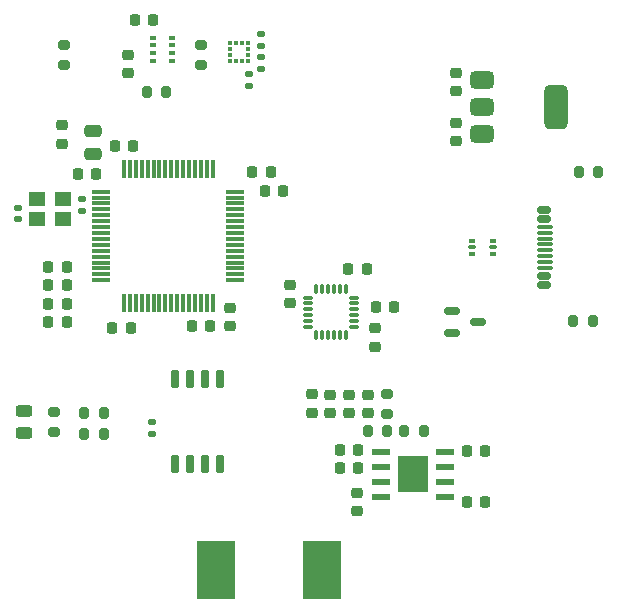
<source format=gbr>
%TF.GenerationSoftware,KiCad,Pcbnew,8.0.5*%
%TF.CreationDate,2024-09-26T23:28:09-07:00*%
%TF.ProjectId,STM32F405 Flight Controller,53544d33-3246-4343-9035-20466c696768,rev?*%
%TF.SameCoordinates,Original*%
%TF.FileFunction,Paste,Top*%
%TF.FilePolarity,Positive*%
%FSLAX46Y46*%
G04 Gerber Fmt 4.6, Leading zero omitted, Abs format (unit mm)*
G04 Created by KiCad (PCBNEW 8.0.5) date 2024-09-26 23:28:09*
%MOMM*%
%LPD*%
G01*
G04 APERTURE LIST*
G04 Aperture macros list*
%AMRoundRect*
0 Rectangle with rounded corners*
0 $1 Rounding radius*
0 $2 $3 $4 $5 $6 $7 $8 $9 X,Y pos of 4 corners*
0 Add a 4 corners polygon primitive as box body*
4,1,4,$2,$3,$4,$5,$6,$7,$8,$9,$2,$3,0*
0 Add four circle primitives for the rounded corners*
1,1,$1+$1,$2,$3*
1,1,$1+$1,$4,$5*
1,1,$1+$1,$6,$7*
1,1,$1+$1,$8,$9*
0 Add four rect primitives between the rounded corners*
20,1,$1+$1,$2,$3,$4,$5,0*
20,1,$1+$1,$4,$5,$6,$7,0*
20,1,$1+$1,$6,$7,$8,$9,0*
20,1,$1+$1,$8,$9,$2,$3,0*%
G04 Aperture macros list end*
%ADD10RoundRect,0.250000X0.475000X-0.250000X0.475000X0.250000X-0.475000X0.250000X-0.475000X-0.250000X0*%
%ADD11RoundRect,0.150000X0.450000X-0.150000X0.450000X0.150000X-0.450000X0.150000X-0.450000X-0.150000X0*%
%ADD12RoundRect,0.075000X0.575000X-0.075000X0.575000X0.075000X-0.575000X0.075000X-0.575000X-0.075000X0*%
%ADD13R,0.350000X0.375000*%
%ADD14R,0.375000X0.350000*%
%ADD15RoundRect,0.225000X-0.250000X0.225000X-0.250000X-0.225000X0.250000X-0.225000X0.250000X0.225000X0*%
%ADD16RoundRect,0.225000X0.225000X0.250000X-0.225000X0.250000X-0.225000X-0.250000X0.225000X-0.250000X0*%
%ADD17RoundRect,0.200000X0.200000X0.275000X-0.200000X0.275000X-0.200000X-0.275000X0.200000X-0.275000X0*%
%ADD18RoundRect,0.218750X-0.218750X-0.256250X0.218750X-0.256250X0.218750X0.256250X-0.218750X0.256250X0*%
%ADD19RoundRect,0.200000X0.275000X-0.200000X0.275000X0.200000X-0.275000X0.200000X-0.275000X-0.200000X0*%
%ADD20R,2.600000X3.100000*%
%ADD21R,1.550000X0.600000*%
%ADD22RoundRect,0.140000X0.170000X-0.140000X0.170000X0.140000X-0.170000X0.140000X-0.170000X-0.140000X0*%
%ADD23RoundRect,0.140000X-0.170000X0.140000X-0.170000X-0.140000X0.170000X-0.140000X0.170000X0.140000X0*%
%ADD24RoundRect,0.225000X-0.225000X-0.250000X0.225000X-0.250000X0.225000X0.250000X-0.225000X0.250000X0*%
%ADD25RoundRect,0.075000X-0.700000X-0.075000X0.700000X-0.075000X0.700000X0.075000X-0.700000X0.075000X0*%
%ADD26RoundRect,0.075000X-0.075000X-0.700000X0.075000X-0.700000X0.075000X0.700000X-0.075000X0.700000X0*%
%ADD27RoundRect,0.093750X0.156250X0.093750X-0.156250X0.093750X-0.156250X-0.093750X0.156250X-0.093750X0*%
%ADD28RoundRect,0.075000X0.250000X0.075000X-0.250000X0.075000X-0.250000X-0.075000X0.250000X-0.075000X0*%
%ADD29RoundRect,0.135000X-0.185000X0.135000X-0.185000X-0.135000X0.185000X-0.135000X0.185000X0.135000X0*%
%ADD30RoundRect,0.200000X-0.200000X-0.275000X0.200000X-0.275000X0.200000X0.275000X-0.200000X0.275000X0*%
%ADD31RoundRect,0.150000X0.150000X-0.650000X0.150000X0.650000X-0.150000X0.650000X-0.150000X-0.650000X0*%
%ADD32R,0.500000X0.350000*%
%ADD33RoundRect,0.375000X-0.625000X-0.375000X0.625000X-0.375000X0.625000X0.375000X-0.625000X0.375000X0*%
%ADD34RoundRect,0.500000X-0.500000X-1.400000X0.500000X-1.400000X0.500000X1.400000X-0.500000X1.400000X0*%
%ADD35RoundRect,0.225000X0.250000X-0.225000X0.250000X0.225000X-0.250000X0.225000X-0.250000X-0.225000X0*%
%ADD36R,3.175000X4.950000*%
%ADD37R,1.400000X1.200000*%
%ADD38RoundRect,0.243750X0.456250X-0.243750X0.456250X0.243750X-0.456250X0.243750X-0.456250X-0.243750X0*%
%ADD39RoundRect,0.200000X-0.275000X0.200000X-0.275000X-0.200000X0.275000X-0.200000X0.275000X0.200000X0*%
%ADD40RoundRect,0.150000X-0.512500X-0.150000X0.512500X-0.150000X0.512500X0.150000X-0.512500X0.150000X0*%
%ADD41RoundRect,0.075000X0.075000X-0.350000X0.075000X0.350000X-0.075000X0.350000X-0.075000X-0.350000X0*%
%ADD42RoundRect,0.075000X0.350000X0.075000X-0.350000X0.075000X-0.350000X-0.075000X0.350000X-0.075000X0*%
G04 APERTURE END LIST*
D10*
%TO.C,C8*%
X143300000Y-76050000D03*
X143300000Y-74150000D03*
%TD*%
D11*
%TO.C,J1*%
X181480000Y-87180000D03*
X181480000Y-86380000D03*
D12*
X181580000Y-85230000D03*
X181580000Y-84230000D03*
X181580000Y-83730000D03*
X181580000Y-82730000D03*
D11*
X181480000Y-81580000D03*
X181480000Y-80780000D03*
X181480000Y-80780000D03*
X181480000Y-81580000D03*
D12*
X181580000Y-82230000D03*
X181580000Y-83230000D03*
X181580000Y-84730000D03*
X181580000Y-85730000D03*
D11*
X181480000Y-86380000D03*
X181480000Y-87180000D03*
%TD*%
D13*
%TO.C,U5*%
X154960000Y-68170000D03*
X155460000Y-68170000D03*
X155960000Y-68170000D03*
X156460000Y-68170000D03*
D14*
X156472500Y-67657500D03*
X156472500Y-67157500D03*
D13*
X156460000Y-66645000D03*
X155960000Y-66645000D03*
X155460000Y-66645000D03*
X154960000Y-66645000D03*
D14*
X154947500Y-67157500D03*
X154947500Y-67657500D03*
%TD*%
D15*
%TO.C,C34*%
X159980000Y-87170000D03*
X159980000Y-88720000D03*
%TD*%
%TO.C,C5*%
X154879750Y-89095500D03*
X154879750Y-90645500D03*
%TD*%
D16*
%TO.C,C33*%
X168805000Y-89000000D03*
X167255000Y-89000000D03*
%TD*%
%TO.C,C9*%
X141094554Y-85622298D03*
X139544554Y-85622298D03*
%TD*%
%TO.C,C19*%
X165786748Y-101090892D03*
X164236748Y-101090892D03*
%TD*%
D17*
%TO.C,R4*%
X171325000Y-99555000D03*
X169675000Y-99555000D03*
%TD*%
D18*
%TO.C,FB1*%
X139519500Y-88729250D03*
X141094500Y-88729250D03*
%TD*%
D19*
%TO.C,R9*%
X140045000Y-99600000D03*
X140045000Y-97950000D03*
%TD*%
D20*
%TO.C,U7*%
X170400000Y-103200000D03*
D21*
X173100000Y-105105000D03*
X173100000Y-103835000D03*
X173100000Y-102565000D03*
X173100000Y-101295000D03*
X167700000Y-101295000D03*
X167700000Y-102565000D03*
X167700000Y-103835000D03*
X167700000Y-105105000D03*
%TD*%
D22*
%TO.C,C14*%
X157557500Y-66895000D03*
X157557500Y-65935000D03*
%TD*%
D15*
%TO.C,C25*%
X174050000Y-73444788D03*
X174050000Y-74994788D03*
%TD*%
D23*
%TO.C,C29*%
X142400000Y-79920000D03*
X142400000Y-80880000D03*
%TD*%
D16*
%TO.C,C17*%
X165785000Y-102635000D03*
X164235000Y-102635000D03*
%TD*%
%TO.C,C2*%
X148400000Y-64700000D03*
X146850000Y-64700000D03*
%TD*%
D24*
%TO.C,C15*%
X174982962Y-105546201D03*
X176532962Y-105546201D03*
%TD*%
D25*
%TO.C,U1*%
X144019000Y-79258500D03*
X144019000Y-79758500D03*
X144019000Y-80258500D03*
X144019000Y-80758500D03*
X144019000Y-81258500D03*
X144019000Y-81758500D03*
X144019000Y-82258500D03*
X144019000Y-82758500D03*
X144019000Y-83258500D03*
X144019000Y-83758500D03*
X144019000Y-84258500D03*
X144019000Y-84758500D03*
X144019000Y-85258500D03*
X144019000Y-85758500D03*
X144019000Y-86258500D03*
X144019000Y-86758500D03*
D26*
X145944000Y-88683500D03*
X146444000Y-88683500D03*
X146944000Y-88683500D03*
X147444000Y-88683500D03*
X147944000Y-88683500D03*
X148444000Y-88683500D03*
X148944000Y-88683500D03*
X149444000Y-88683500D03*
X149944000Y-88683500D03*
X150444000Y-88683500D03*
X150944000Y-88683500D03*
X151444000Y-88683500D03*
X151944000Y-88683500D03*
X152444000Y-88683500D03*
X152944000Y-88683500D03*
X153444000Y-88683500D03*
D25*
X155369000Y-86758500D03*
X155369000Y-86258500D03*
X155369000Y-85758500D03*
X155369000Y-85258500D03*
X155369000Y-84758500D03*
X155369000Y-84258500D03*
X155369000Y-83758500D03*
X155369000Y-83258500D03*
X155369000Y-82758500D03*
X155369000Y-82258500D03*
X155369000Y-81758500D03*
X155369000Y-81258500D03*
X155369000Y-80758500D03*
X155369000Y-80258500D03*
X155369000Y-79758500D03*
X155369000Y-79258500D03*
D26*
X153444000Y-77333500D03*
X152944000Y-77333500D03*
X152444000Y-77333500D03*
X151944000Y-77333500D03*
X151444000Y-77333500D03*
X150944000Y-77333500D03*
X150444000Y-77333500D03*
X149944000Y-77333500D03*
X149444000Y-77333500D03*
X148944000Y-77333500D03*
X148444000Y-77333500D03*
X147944000Y-77333500D03*
X147444000Y-77333500D03*
X146944000Y-77333500D03*
X146444000Y-77333500D03*
X145944000Y-77333500D03*
%TD*%
D16*
%TO.C,C26*%
X153260000Y-90620000D03*
X151710000Y-90620000D03*
%TD*%
D27*
%TO.C,D1*%
X175447119Y-84500000D03*
D28*
X175372119Y-83962500D03*
D27*
X175447119Y-83425000D03*
X177147119Y-83425000D03*
D28*
X177222119Y-83962500D03*
D27*
X177147119Y-84500000D03*
%TD*%
D29*
%TO.C,R12*%
X148300000Y-98790000D03*
X148300000Y-99810000D03*
%TD*%
D30*
%TO.C,R5*%
X166575000Y-99535000D03*
X168225000Y-99535000D03*
%TD*%
D31*
%TO.C,U8*%
X150295000Y-102300000D03*
X151565000Y-102300000D03*
X152835000Y-102300000D03*
X154105000Y-102300000D03*
X154105000Y-95100000D03*
X152835000Y-95100000D03*
X151565000Y-95100000D03*
X150295000Y-95100000D03*
%TD*%
D23*
%TO.C,C12*%
X156500000Y-69320000D03*
X156500000Y-70280000D03*
%TD*%
D30*
%TO.C,R2*%
X184440000Y-77560000D03*
X186090000Y-77560000D03*
%TD*%
D15*
%TO.C,C1*%
X146300000Y-67650000D03*
X146300000Y-69200000D03*
%TD*%
D32*
%TO.C,U3*%
X150020000Y-66230000D03*
X150020000Y-66880000D03*
X150020000Y-67530000D03*
X150020000Y-68180000D03*
X148420000Y-68180000D03*
X148420000Y-67530000D03*
X148420000Y-66880000D03*
X148420000Y-66230000D03*
%TD*%
D24*
%TO.C,C32*%
X164927887Y-85816283D03*
X166477887Y-85816283D03*
%TD*%
D16*
%TO.C,C10*%
X141089500Y-87179250D03*
X139539500Y-87179250D03*
%TD*%
%TO.C,C7*%
X143600000Y-77800000D03*
X142050000Y-77800000D03*
%TD*%
D15*
%TO.C,C22*%
X165018318Y-96440000D03*
X165018318Y-97990000D03*
%TD*%
D17*
%TO.C,R10*%
X144235000Y-99808000D03*
X142585000Y-99808000D03*
%TD*%
D16*
%TO.C,C6*%
X146500000Y-90765750D03*
X144950000Y-90765750D03*
%TD*%
D24*
%TO.C,C11*%
X139550000Y-90300000D03*
X141100000Y-90300000D03*
%TD*%
D15*
%TO.C,C23*%
X166618318Y-96440000D03*
X166618318Y-97990000D03*
%TD*%
%TO.C,C20*%
X161818318Y-96415000D03*
X161818318Y-97965000D03*
%TD*%
D33*
%TO.C,U4*%
X176250000Y-69800000D03*
X176250000Y-72100000D03*
D34*
X182550000Y-72100000D03*
D33*
X176250000Y-74400000D03*
%TD*%
D30*
%TO.C,R8*%
X147850000Y-70800000D03*
X149500000Y-70800000D03*
%TD*%
D35*
%TO.C,C31*%
X167200000Y-92375000D03*
X167200000Y-90825000D03*
%TD*%
D36*
%TO.C,L1*%
X162707500Y-111300000D03*
X153692500Y-111300000D03*
%TD*%
D35*
%TO.C,C28*%
X140700000Y-75200000D03*
X140700000Y-73650000D03*
%TD*%
D37*
%TO.C,Y1*%
X140800000Y-79900000D03*
X138600000Y-79900000D03*
X138600000Y-81600000D03*
X140800000Y-81600000D03*
%TD*%
D38*
%TO.C,D3*%
X137505000Y-99712500D03*
X137505000Y-97837500D03*
%TD*%
D23*
%TO.C,C30*%
X137000000Y-80620000D03*
X137000000Y-81580000D03*
%TD*%
D30*
%TO.C,R1*%
X183965000Y-90220000D03*
X185615000Y-90220000D03*
%TD*%
D19*
%TO.C,R6*%
X168200000Y-98060000D03*
X168200000Y-96410000D03*
%TD*%
D24*
%TO.C,C3*%
X145150000Y-75400000D03*
X146700000Y-75400000D03*
%TD*%
D15*
%TO.C,C18*%
X165628750Y-104731250D03*
X165628750Y-106281250D03*
%TD*%
D24*
%TO.C,C4*%
X156805000Y-77580000D03*
X158355000Y-77580000D03*
%TD*%
%TO.C,C27*%
X157885000Y-79180000D03*
X159435000Y-79180000D03*
%TD*%
D39*
%TO.C,R7*%
X152500000Y-66875000D03*
X152500000Y-68525000D03*
%TD*%
D40*
%TO.C,D2*%
X173675000Y-89350000D03*
X173675000Y-91250000D03*
X175950000Y-90300000D03*
%TD*%
D30*
%TO.C,R11*%
X142585000Y-98030000D03*
X144235000Y-98030000D03*
%TD*%
D35*
%TO.C,C24*%
X174050000Y-70775000D03*
X174050000Y-69225000D03*
%TD*%
D15*
%TO.C,C21*%
X163418318Y-96440000D03*
X163418318Y-97990000D03*
%TD*%
D39*
%TO.C,R3*%
X140900000Y-66875000D03*
X140900000Y-68525000D03*
%TD*%
D24*
%TO.C,C16*%
X174997897Y-101188032D03*
X176547897Y-101188032D03*
%TD*%
D41*
%TO.C,U2*%
X162210000Y-91420000D03*
X162710000Y-91420000D03*
X163210000Y-91420000D03*
X163710000Y-91420000D03*
X164210000Y-91420000D03*
X164710000Y-91420000D03*
D42*
X165410000Y-90720000D03*
X165410000Y-90220000D03*
X165410000Y-89720000D03*
X165410000Y-89220000D03*
X165410000Y-88720000D03*
X165410000Y-88220000D03*
D41*
X164710000Y-87520000D03*
X164210000Y-87520000D03*
X163710000Y-87520000D03*
X163210000Y-87520000D03*
X162710000Y-87520000D03*
X162210000Y-87520000D03*
D42*
X161510000Y-88220000D03*
X161510000Y-88720000D03*
X161510000Y-89220000D03*
X161510000Y-89720000D03*
X161510000Y-90220000D03*
X161510000Y-90720000D03*
%TD*%
D23*
%TO.C,C13*%
X157557500Y-67885000D03*
X157557500Y-68845000D03*
%TD*%
M02*

</source>
